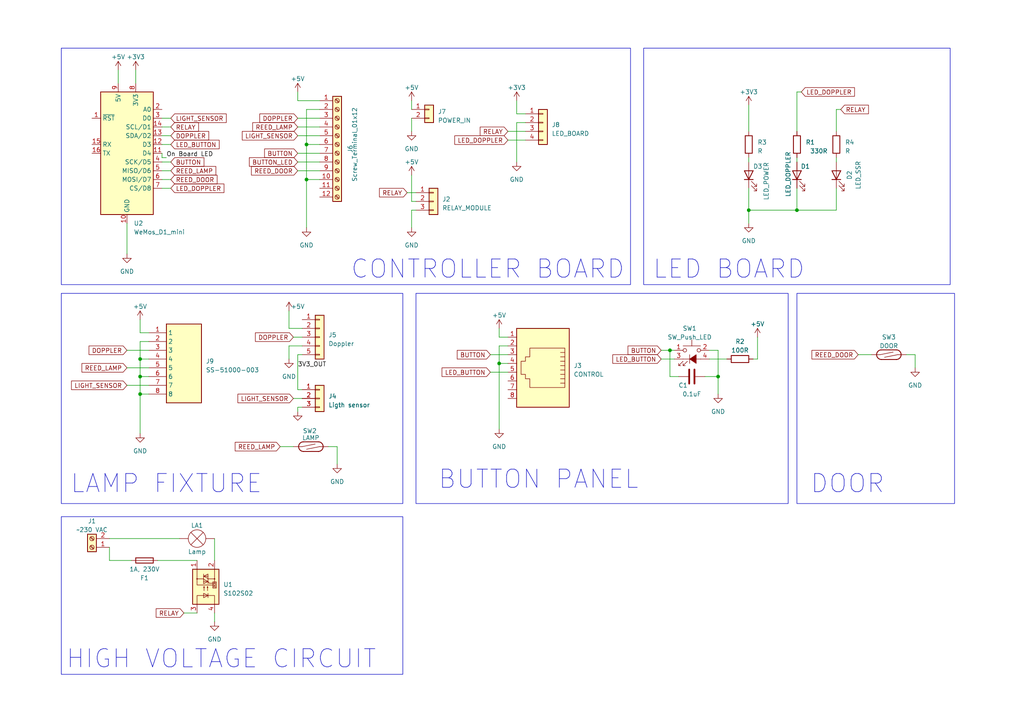
<source format=kicad_sch>
(kicad_sch (version 20230121) (generator eeschema)
  (paper "A4")
  (title_block (title "Staircase Lamp controller"))
  (lib_symbols
    (symbol "Connector:8P8C" (pin_names (offset 1.016))
      (property "Reference" "J" (at -5.08 13.97 0))
      (property "Value" "8P8C" (at 2.54 13.97 0))
      (symbol "8P8C_0_1"
        (polyline (pts (xy -5.08 4.445) (xy -6.35 4.445)))
        (polyline (pts (xy -5.08 5.715) (xy -6.35 5.715)))
        (polyline (pts (xy -6.35 -3.175) (xy -5.08 -3.175) (xy -5.08 -3.175)))
        (polyline (pts (xy -6.35 -1.905) (xy -5.08 -1.905) (xy -5.08 -1.905)))
        (polyline (pts (xy -6.35 -0.635) (xy -5.08 -0.635) (xy -5.08 -0.635)))
        (polyline (pts (xy -6.35 0.635) (xy -5.08 0.635) (xy -5.08 0.635)))
        (polyline (pts (xy -6.35 1.905) (xy -5.08 1.905) (xy -5.08 1.905)))
        (polyline (pts (xy -5.08 3.175) (xy -6.35 3.175) (xy -6.35 3.175)))
        (polyline (pts (xy -6.35 -4.445) (xy -6.35 6.985) (xy 3.81 6.985) (xy 3.81 4.445) (xy 5.08 4.445) (xy 5.08 3.175) (xy 6.35 3.175) (xy 6.35 -0.635) (xy 5.08 -0.635) (xy 5.08 -1.905) (xy 3.81 -1.905) (xy 3.81 -4.445) (xy -6.35 -4.445) (xy -6.35 -4.445)))
        (rectangle (start 7.62 12.7) (end -7.62 -10.16) (stroke (width 0.254)) (fill (type background)))
      )
      (symbol "8P8C_1_1"
        (pin passive line (at 10.16 -7.62 180) (length 2.54) (name "~") (number "1"))
        (pin passive line (at 10.16 -5.08 180) (length 2.54) (name "~") (number "2"))
        (pin passive line (at 10.16 -2.54 180) (length 2.54) (name "~") (number "3"))
        (pin passive line (at 10.16 0 180) (length 2.54) (name "~") (number "4"))
        (pin passive line (at 10.16 2.54 180) (length 2.54) (name "~") (number "5"))
        (pin passive line (at 10.16 5.08 180) (length 2.54) (name "~") (number "6"))
        (pin passive line (at 10.16 7.62 180) (length 2.54) (name "~") (number "7"))
        (pin passive line (at 10.16 10.16 180) (length 2.54) (name "~") (number "8"))
      )
    )
    (symbol "Connector:Screw_Terminal_01x02" (pin_names (offset 1.016) hide)
      (property "Reference" "J" (at 0 2.54 0))
      (property "Value" "Screw_Terminal_01x02" (at 0 -5.08 0))
      (symbol "Screw_Terminal_01x02_1_1"
        (rectangle (start -1.27 1.27) (end 1.27 -3.81) (stroke (width 0.254)) (fill (type background)))
        (circle (center 0 -2.54) (radius 0.635) (stroke (width 0.1524)))
        (polyline (pts (xy -0.5334 -2.2098) (xy 0.3302 -3.048)) (stroke (width 0.1524)))
        (polyline (pts (xy -0.5334 0.3302) (xy 0.3302 -0.508)) (stroke (width 0.1524)))
        (polyline (pts (xy -0.3556 -2.032) (xy 0.508 -2.8702)) (stroke (width 0.1524)))
        (polyline (pts (xy -0.3556 0.508) (xy 0.508 -0.3302)) (stroke (width 0.1524)))
        (circle (center 0 0) (radius 0.635) (stroke (width 0.1524)))
        (pin passive line (at -5.08 0 0) (length 3.81) (name "Pin_1") (number "1"))
        (pin passive line (at -5.08 -2.54 0) (length 3.81) (name "Pin_2") (number "2"))
      )
    )
    (symbol "Connector:Screw_Terminal_01x12" (pin_names (offset 1.016) hide)
      (property "Reference" "J" (at 0 15.24 0))
      (property "Value" "Screw_Terminal_01x12" (at 0 -17.78 0))
      (symbol "Screw_Terminal_01x12_1_1"
        (rectangle (start -1.27 13.97) (end 1.27 -16.51) (stroke (width 0.254)) (fill (type background)))
        (circle (center 0 -15.24) (radius 0.635) (stroke (width 0.1524)))
        (circle (center 0 -12.7) (radius 0.635) (stroke (width 0.1524)))
        (circle (center 0 -10.16) (radius 0.635) (stroke (width 0.1524)))
        (circle (center 0 -7.62) (radius 0.635) (stroke (width 0.1524)))
        (circle (center 0 -5.08) (radius 0.635) (stroke (width 0.1524)))
        (circle (center 0 -2.54) (radius 0.635) (stroke (width 0.1524)))
        (polyline (pts (xy -0.5334 -14.9098) (xy 0.3302 -15.748)) (stroke (width 0.1524)))
        (polyline (pts (xy -0.5334 -12.3698) (xy 0.3302 -13.208)) (stroke (width 0.1524)))
        (polyline (pts (xy -0.5334 -9.8298) (xy 0.3302 -10.668)) (stroke (width 0.1524)))
        (polyline (pts (xy -0.5334 -7.2898) (xy 0.3302 -8.128)) (stroke (width 0.1524)))
        (polyline (pts (xy -0.5334 -4.7498) (xy 0.3302 -5.588)) (stroke (width 0.1524)))
        (polyline (pts (xy -0.5334 -2.2098) (xy 0.3302 -3.048)) (stroke (width 0.1524)))
        (polyline (pts (xy -0.5334 0.3302) (xy 0.3302 -0.508)) (stroke (width 0.1524)))
        (polyline (pts (xy -0.5334 2.8702) (xy 0.3302 2.032)) (stroke (width 0.1524)))
        (polyline (pts (xy -0.5334 5.4102) (xy 0.3302 4.572)) (stroke (width 0.1524)))
        (polyline (pts (xy -0.5334 7.9502) (xy 0.3302 7.112)) (stroke (width 0.1524)))
        (polyline (pts (xy -0.5334 10.4902) (xy 0.3302 9.652)) (stroke (width 0.1524)))
        (polyline (pts (xy -0.5334 13.0302) (xy 0.3302 12.192)) (stroke (width 0.1524)))
        (polyline (pts (xy -0.3556 -14.732) (xy 0.508 -15.5702)) (stroke (width 0.1524)))
        (polyline (pts (xy -0.3556 -12.192) (xy 0.508 -13.0302)) (stroke (width 0.1524)))
        (polyline (pts (xy -0.3556 -9.652) (xy 0.508 -10.4902)) (stroke (width 0.1524)))
        (polyline (pts (xy -0.3556 -7.112) (xy 0.508 -7.9502)) (stroke (width 0.1524)))
        (polyline (pts (xy -0.3556 -4.572) (xy 0.508 -5.4102)) (stroke (width 0.1524)))
        (polyline (pts (xy -0.3556 -2.032) (xy 0.508 -2.8702)) (stroke (width 0.1524)))
        (polyline (pts (xy -0.3556 0.508) (xy 0.508 -0.3302)) (stroke (width 0.1524)))
        (polyline (pts (xy -0.3556 3.048) (xy 0.508 2.2098)) (stroke (width 0.1524)))
        (polyline (pts (xy -0.3556 5.588) (xy 0.508 4.7498)) (stroke (width 0.1524)))
        (polyline (pts (xy -0.3556 8.128) (xy 0.508 7.2898)) (stroke (width 0.1524)))
        (polyline (pts (xy -0.3556 10.668) (xy 0.508 9.8298)) (stroke (width 0.1524)))
        (polyline (pts (xy -0.3556 13.208) (xy 0.508 12.3698)) (stroke (width 0.1524)))
        (circle (center 0 0) (radius 0.635) (stroke (width 0.1524)))
        (circle (center 0 2.54) (radius 0.635) (stroke (width 0.1524)))
        (circle (center 0 5.08) (radius 0.635) (stroke (width 0.1524)))
        (circle (center 0 7.62) (radius 0.635) (stroke (width 0.1524)))
        (circle (center 0 10.16) (radius 0.635) (stroke (width 0.1524)))
        (circle (center 0 12.7) (radius 0.635) (stroke (width 0.1524)))
        (pin passive line (at -5.08 12.7 0) (length 3.81) (name "Pin_1") (number "1"))
        (pin passive line (at -5.08 -10.16 0) (length 3.81) (name "Pin_10") (number "10"))
        (pin passive line (at -5.08 -12.7 0) (length 3.81) (name "Pin_11") (number "11"))
        (pin passive line (at -5.08 -15.24 0) (length 3.81) (name "Pin_12") (number "12"))
        (pin passive line (at -5.08 10.16 0) (length 3.81) (name "Pin_2") (number "2"))
        (pin passive line (at -5.08 7.62 0) (length 3.81) (name "Pin_3") (number "3"))
        (pin passive line (at -5.08 5.08 0) (length 3.81) (name "Pin_4") (number "4"))
        (pin passive line (at -5.08 2.54 0) (length 3.81) (name "Pin_5") (number "5"))
        (pin passive line (at -5.08 0 0) (length 3.81) (name "Pin_6") (number "6"))
        (pin passive line (at -5.08 -2.54 0) (length 3.81) (name "Pin_7") (number "7"))
        (pin passive line (at -5.08 -5.08 0) (length 3.81) (name "Pin_8") (number "8"))
        (pin passive line (at -5.08 -7.62 0) (length 3.81) (name "Pin_9") (number "9"))
      )
    )
    (symbol "Connector_Generic:Conn_01x02" (pin_names (offset 1.016) hide)
      (property "Reference" "J" (at 0 2.54 0))
      (property "Value" "Conn_01x02" (at 0 -5.08 0))
      (symbol "Conn_01x02_1_1"
        (rectangle (start -1.27 -2.413) (end 0 -2.667) (stroke (width 0.1524)))
        (rectangle (start -1.27 0.127) (end 0 -0.127) (stroke (width 0.1524)))
        (rectangle (start -1.27 1.27) (end 1.27 -3.81) (stroke (width 0.254)) (fill (type background)))
        (pin passive line (at -5.08 0 0) (length 3.81) (name "Pin_1") (number "1"))
        (pin passive line (at -5.08 -2.54 0) (length 3.81) (name "Pin_2") (number "2"))
      )
    )
    (symbol "Connector_Generic:Conn_01x03" (pin_names (offset 1.016) hide)
      (property "Reference" "J" (at 0 5.08 0))
      (property "Value" "Conn_01x03" (at 0 -5.08 0))
      (symbol "Conn_01x03_1_1"
        (rectangle (start -1.27 -2.413) (end 0 -2.667) (stroke (width 0.1524)))
        (rectangle (start -1.27 0.127) (end 0 -0.127) (stroke (width 0.1524)))
        (rectangle (start -1.27 2.667) (end 0 2.413) (stroke (width 0.1524)))
        (rectangle (start -1.27 3.81) (end 1.27 -3.81) (stroke (width 0.254)) (fill (type background)))
        (pin passive line (at -5.08 2.54 0) (length 3.81) (name "Pin_1") (number "1"))
        (pin passive line (at -5.08 0 0) (length 3.81) (name "Pin_2") (number "2"))
        (pin passive line (at -5.08 -2.54 0) (length 3.81) (name "Pin_3") (number "3"))
      )
    )
    (symbol "Connector_Generic:Conn_01x04" (pin_names (offset 1.016) hide)
      (property "Reference" "J" (at 0 5.08 0))
      (property "Value" "Conn_01x04" (at 0 -7.62 0))
      (symbol "Conn_01x04_1_1"
        (rectangle (start -1.27 -4.953) (end 0 -5.207) (stroke (width 0.1524)))
        (rectangle (start -1.27 -2.413) (end 0 -2.667) (stroke (width 0.1524)))
        (rectangle (start -1.27 0.127) (end 0 -0.127) (stroke (width 0.1524)))
        (rectangle (start -1.27 2.667) (end 0 2.413) (stroke (width 0.1524)))
        (rectangle (start -1.27 3.81) (end 1.27 -6.35) (stroke (width 0.254)) (fill (type background)))
        (pin passive line (at -5.08 2.54 0) (length 3.81) (name "Pin_1") (number "1"))
        (pin passive line (at -5.08 0 0) (length 3.81) (name "Pin_2") (number "2"))
        (pin passive line (at -5.08 -2.54 0) (length 3.81) (name "Pin_3") (number "3"))
        (pin passive line (at -5.08 -5.08 0) (length 3.81) (name "Pin_4") (number "4"))
      )
    )
    (symbol "Connector_Generic:Conn_01x05" (pin_names (offset 1.016) hide)
      (property "Reference" "J" (at 0 7.62 0))
      (property "Value" "Conn_01x05" (at 0 -7.62 0))
      (symbol "Conn_01x05_1_1"
        (rectangle (start -1.27 -4.953) (end 0 -5.207) (stroke (width 0.1524)))
        (rectangle (start -1.27 -2.413) (end 0 -2.667) (stroke (width 0.1524)))
        (rectangle (start -1.27 0.127) (end 0 -0.127) (stroke (width 0.1524)))
        (rectangle (start -1.27 2.667) (end 0 2.413) (stroke (width 0.1524)))
        (rectangle (start -1.27 5.207) (end 0 4.953) (stroke (width 0.1524)))
        (rectangle (start -1.27 6.35) (end 1.27 -6.35) (stroke (width 0.254)) (fill (type background)))
        (pin passive line (at -5.08 5.08 0) (length 3.81) (name "Pin_1") (number "1"))
        (pin passive line (at -5.08 2.54 0) (length 3.81) (name "Pin_2") (number "2"))
        (pin passive line (at -5.08 0 0) (length 3.81) (name "Pin_3") (number "3"))
        (pin passive line (at -5.08 -2.54 0) (length 3.81) (name "Pin_4") (number "4"))
        (pin passive line (at -5.08 -5.08 0) (length 3.81) (name "Pin_5") (number "5"))
      )
    )
    (symbol "Device:C" (pin_numbers hide) (pin_names (offset 0.254))
      (property "Reference" "C" (at 0.635 2.54 0))
      (property "Value" "C" (at 0.635 -2.54 0))
      (symbol "C_0_1"
        (polyline (pts (xy -2.032 -0.762) (xy 2.032 -0.762)) (stroke (width 0.508)))
        (polyline (pts (xy -2.032 0.762) (xy 2.032 0.762)) (stroke (width 0.508)))
      )
      (symbol "C_1_1"
        (pin passive line (at 0 3.81 270) (length 2.794) (name "~") (number "1"))
        (pin passive line (at 0 -3.81 90) (length 2.794) (name "~") (number "2"))
      )
    )
    (symbol "Device:Fuse" (pin_numbers hide) (pin_names (offset 0))
      (property "Reference" "F" (at 2.032 0 90))
      (property "Value" "Fuse" (at -1.905 0 90))
      (symbol "Fuse_0_1"
        (rectangle (start -0.762 -2.54) (end 0.762 2.54) (stroke (width 0.254)))
        (polyline (pts (xy 0 2.54) (xy 0 -2.54)))
      )
      (symbol "Fuse_1_1"
        (pin passive line (at 0 3.81 270) (length 1.27) (name "~") (number "1"))
        (pin passive line (at 0 -3.81 90) (length 1.27) (name "~") (number "2"))
      )
    )
    (symbol "Device:LED" (pin_numbers hide) (pin_names (offset 1.016) hide)
      (property "Reference" "D" (at 0 2.54 0))
      (property "Value" "LED" (at 0 -2.54 0))
      (symbol "LED_0_1"
        (polyline (pts (xy -1.27 -1.27) (xy -1.27 1.27)) (stroke (width 0.254)))
        (polyline (pts (xy -1.27 0) (xy 1.27 0)))
        (polyline (pts (xy 1.27 -1.27) (xy 1.27 1.27) (xy -1.27 0) (xy 1.27 -1.27)) (stroke (width 0.254)))
        (polyline (pts (xy -3.048 -0.762) (xy -4.572 -2.286) (xy -3.81 -2.286) (xy -4.572 -2.286) (xy -4.572 -1.524)))
        (polyline (pts (xy -1.778 -0.762) (xy -3.302 -2.286) (xy -2.54 -2.286) (xy -3.302 -2.286) (xy -3.302 -1.524)))
      )
      (symbol "LED_1_1"
        (pin passive line (at -3.81 0 0) (length 2.54) (name "K") (number "1"))
        (pin passive line (at 3.81 0 180) (length 2.54) (name "A") (number "2"))
      )
    )
    (symbol "Device:Lamp" (pin_numbers hide) (pin_names (offset 0.0254) hide)
      (property "Reference" "LA" (at 0.635 3.81 0))
      (property "Value" "Lamp" (at 0.635 -3.81 0))
      (symbol "Lamp_0_1"
        (polyline (pts (xy -1.778 1.778) (xy 1.778 -1.778)))
        (polyline (pts (xy 1.778 1.778) (xy -1.778 -1.778)))
        (circle (center 0 0) (radius 2.54))
      )
      (symbol "Lamp_1_1"
        (pin passive line (at 0 -5.08 90) (length 2.54) (name "-") (number "1"))
        (pin passive line (at 0 5.08 270) (length 2.54) (name "+") (number "2"))
      )
    )
    (symbol "Device:R" (pin_numbers hide) (pin_names (offset 0))
      (property "Reference" "R" (at 2.032 0 90))
      (property "Value" "R" (at 0 0 90))
      (symbol "R_0_1"
        (rectangle (start -1.016 -2.54) (end 1.016 2.54) (stroke (width 0.254)))
      )
      (symbol "R_1_1"
        (pin passive line (at 0 3.81 270) (length 1.27) (name "~") (number "1"))
        (pin passive line (at 0 -3.81 90) (length 1.27) (name "~") (number "2"))
      )
    )
    (symbol "MCU_Module:WeMos_D1_mini"
      (property "Reference" "U" (at 3.81 19.05 0))
      (property "Value" "WeMos_D1_mini" (at 1.27 -19.05 0))
      (symbol "WeMos_D1_mini_1_1"
        (rectangle (start -7.62 17.78) (end 7.62 -17.78) (stroke (width 0.254)) (fill (type background)))
        (pin input line (at -10.16 10.16 0) (length 2.54) (name "~{RST}") (number "1"))
        (pin power_in line (at 0 -20.32 90) (length 2.54) (name "GND") (number "10"))
        (pin bidirectional line (at 10.16 0 180) (length 2.54) (name "D4") (number "11"))
        (pin bidirectional line (at 10.16 2.54 180) (length 2.54) (name "D3") (number "12"))
        (pin bidirectional line (at 10.16 5.08 180) (length 2.54) (name "SDA/D2") (number "13"))
        (pin bidirectional line (at 10.16 7.62 180) (length 2.54) (name "SCL/D1") (number "14"))
        (pin input line (at -10.16 2.54 0) (length 2.54) (name "RX") (number "15"))
        (pin output line (at -10.16 0 0) (length 2.54) (name "TX") (number "16"))
        (pin input line (at 10.16 12.7 180) (length 2.54) (name "A0") (number "2"))
        (pin bidirectional line (at 10.16 10.16 180) (length 2.54) (name "D0") (number "3"))
        (pin bidirectional line (at 10.16 -2.54 180) (length 2.54) (name "SCK/D5") (number "4"))
        (pin bidirectional line (at 10.16 -5.08 180) (length 2.54) (name "MISO/D6") (number "5"))
        (pin bidirectional line (at 10.16 -7.62 180) (length 2.54) (name "MOSI/D7") (number "6"))
        (pin bidirectional line (at 10.16 -10.16 180) (length 2.54) (name "CS/D8") (number "7"))
        (pin power_out line (at 2.54 20.32 270) (length 2.54) (name "3V3") (number "8"))
        (pin power_in line (at -2.54 20.32 270) (length 2.54) (name "5V") (number "9"))
      )
    )
    (symbol "Relay_SolidState:S102S02"
      (property "Reference" "U" (at -5.08 5.08 0))
      (property "Value" "S102S02" (at 0 5.08 0))
      (symbol "S102S02_0_0"
        (rectangle (start -0.381 -2.032) (end 1.397 -3.048))
        (polyline (pts (xy 2.286 -2.54) (xy 1.397 -2.54)))
        (polyline (pts (xy 1.524 -0.635) (xy 1.016 -1.016) (xy 1.016 -2.032)))
        (text "ZCD" (at 0.508 -2.54 0) (effects (font (size 0.508 0.508))))
      )
      (symbol "S102S02_0_1"
        (rectangle (start -5.08 3.81) (end 5.08 -3.81) (stroke (width 0.254)) (fill (type background)))
        (polyline (pts (xy -3.175 -0.635) (xy -1.905 -0.635)))
        (polyline (pts (xy 1.524 -0.635) (xy 1.524 0.635)))
        (polyline (pts (xy 3.048 0.635) (xy 3.048 -0.635)))
        (polyline (pts (xy 2.286 -0.635) (xy 2.286 -2.54) (xy 5.08 -2.54)))
        (polyline (pts (xy 2.286 0.635) (xy 2.286 2.54) (xy 5.08 2.54)))
        (polyline (pts (xy 2.286 2.54) (xy 0.508 2.54) (xy 0.508 -2.032)))
        (polyline (pts (xy -5.08 2.54) (xy -2.54 2.54) (xy -2.54 -2.54) (xy -5.08 -2.54)))
        (polyline (pts (xy -2.54 -0.635) (xy -3.175 0.635) (xy -1.905 0.635) (xy -2.54 -0.635)))
        (polyline (pts (xy 0.889 -0.635) (xy 3.683 -0.635) (xy 3.048 0.635) (xy 2.413 -0.635)))
        (polyline (pts (xy 3.683 0.635) (xy 0.889 0.635) (xy 1.524 -0.635) (xy 2.159 0.635)))
        (polyline (pts (xy -1.143 -0.508) (xy 0.127 -0.508) (xy -0.254 -0.635) (xy -0.254 -0.381) (xy 0.127 -0.508)))
        (polyline (pts (xy -1.143 0.508) (xy 0.127 0.508) (xy -0.254 0.381) (xy -0.254 0.635) (xy 0.127 0.508)))
        (circle (center 2.286 -2.54) (radius 0.127))
        (circle (center 2.286 2.54) (radius 0.127))
      )
      (symbol "S102S02_1_1"
        (pin passive line (at 7.62 2.54 180) (length 2.54) (name "~") (number "1"))
        (pin passive line (at 7.62 -2.54 180) (length 2.54) (name "~") (number "2"))
        (pin passive line (at -7.62 2.54 0) (length 2.54) (name "~") (number "3"))
        (pin passive line (at -7.62 -2.54 0) (length 2.54) (name "~") (number "4"))
      )
    )
    (symbol "Switch:SW_Push_LED" (pin_names (offset 1.016) hide)
      (property "Reference" "SW" (at 0.635 5.715 0))
      (property "Value" "SW_Push_LED" (at 0 -3.175 0))
      (symbol "SW_Push_LED_0_0"
        (polyline (pts (xy -3.81 -1.905) (xy -2.54 -0.635)))
        (polyline (pts (xy -2.54 -1.905) (xy -1.27 -0.635)))
        (polyline (pts (xy -2.54 0) (xy 2.54 0)))
        (polyline (pts (xy -0.635 1.27) (xy -0.635 -1.27)))
        (polyline (pts (xy -3.81 -1.27) (xy -3.81 -1.905) (xy -3.175 -1.905)))
        (polyline (pts (xy -2.54 -1.27) (xy -2.54 -1.905) (xy -1.905 -1.905)))
        (polyline (pts (xy -0.635 0) (xy 1.27 1.27) (xy 1.27 -1.27) (xy -0.635 0)) (fill (type outline)))
      )
      (symbol "SW_Push_LED_0_1"
        (circle (center -2.032 2.54) (radius 0.508))
        (polyline (pts (xy 0 3.81) (xy 0 5.588)))
        (polyline (pts (xy 2.54 3.81) (xy -2.54 3.81)))
        (circle (center 2.032 2.54) (radius 0.508))
        (pin passive line (at -5.08 2.54 0) (length 2.54) (name "1") (number "1"))
        (pin passive line (at 5.08 2.54 180) (length 2.54) (name "2") (number "2"))
        (pin passive line (at -5.08 0 0) (length 2.54) (name "K") (number "3"))
        (pin passive line (at 5.08 0 180) (length 2.54) (name "A") (number "4"))
      )
    )
    (symbol "Switch:SW_Reed" (pin_numbers hide) (pin_names (offset 0) hide)
      (property "Reference" "SW" (at 0 2.54 0))
      (property "Value" "SW_Reed" (at 0 -2.54 0))
      (symbol "SW_Reed_0_0"
        (arc (start -2.159 1.397) (mid -3.55 0) (end -2.159 -1.397) (stroke (width 0.254)))
        (polyline (pts (xy -2.54 0) (xy 1.27 0.762)))
        (polyline (pts (xy -2.159 -1.397) (xy 2.286 -1.397)) (stroke (width 0.254)))
        (polyline (pts (xy 2.159 1.397) (xy -2.159 1.397)) (stroke (width 0.254)))
        (polyline (pts (xy 2.54 0) (xy -1.27 -0.762)))
        (arc (start 2.159 -1.397) (mid 3.55 0) (end 2.159 1.397) (stroke (width 0.254)))
      )
      (symbol "SW_Reed_1_1"
        (pin passive line (at -5.08 0 0) (length 2.54) (name "1") (number "1"))
        (pin passive line (at 5.08 0 180) (length 2.54) (name "2") (number "2"))
      )
    )
    (symbol "paubau:SS-51000-003"
      (property "Reference" "J" (at 16.51 7.62 0))
      (property "Value" "SS-51000-003" (at 16.51 5.08 0))
      (symbol "SS-51000-003_1_1"
        (rectangle (start 5.08 2.54) (end 15.24 -20.32) (stroke (width 0.254)) (fill (type background)))
        (pin passive line (at 0 0 0) (length 5.08) (name "1") (number "1"))
        (pin passive line (at 0 -2.54 0) (length 5.08) (name "2") (number "2"))
        (pin passive line (at 0 -5.08 0) (length 5.08) (name "3") (number "3"))
        (pin passive line (at 0 -7.62 0) (length 5.08) (name "4") (number "4"))
        (pin passive line (at 0 -10.16 0) (length 5.08) (name "5") (number "5"))
        (pin passive line (at 0 -12.7 0) (length 5.08) (name "6") (number "6"))
        (pin passive line (at 0 -15.24 0) (length 5.08) (name "7") (number "7"))
        (pin passive line (at 0 -17.78 0) (length 5.08) (name "8") (number "8"))
      )
    )
    (symbol "power:+3V3" (power) (pin_names (offset 0))
      (property "Value" "+3V3" (at 0 3.556 0))
      (symbol "+3V3_0_1"
        (polyline (pts (xy -0.762 1.27) (xy 0 2.54)))
        (polyline (pts (xy 0 0) (xy 0 2.54)))
        (polyline (pts (xy 0 2.54) (xy 0.762 1.27)))
      )
      (symbol "+3V3_1_1"
        (pin power_in line (at 0 0 90) (length 0) hide (name "+3V3") (number "1"))
      )
    )
    (symbol "power:+5V" (power) (pin_names (offset 0))
      (property "Value" "+5V" (at 0 3.556 0))
      (symbol "+5V_0_1"
        (polyline (pts (xy -0.762 1.27) (xy 0 2.54)))
        (polyline (pts (xy 0 0) (xy 0 2.54)))
        (polyline (pts (xy 0 2.54) (xy 0.762 1.27)))
      )
      (symbol "+5V_1_1"
        (pin power_in line (at 0 0 90) (length 0) hide (name "+5V") (number "1"))
      )
    )
    (symbol "power:GND" (power) (pin_names (offset 0))
      (property "Value" "GND" (at 0 -3.81 0))
      (symbol "GND_0_1"
        (polyline (pts (xy 0 0) (xy 0 -1.27) (xy 1.27 -1.27) (xy 0 -2.54) (xy -1.27 -1.27) (xy 0 -1.27)))
      )
      (symbol "GND_1_1"
        (pin power_in line (at 0 0 270) (length 0) hide (name "GND") (number "1"))
      )
    )
  )
  (junction (at 40.64 114.3))
  (junction (at 194.31 101.6))
  (junction (at 144.78 105.41))
  (junction (at 208.28 109.22))
  (junction (at 88.9 41.91))
  (junction (at 40.64 104.14))
  (junction (at 88.9 52.07))
  (junction (at 217.17 60.96))
  (junction (at 40.64 109.22))
  (junction (at 231.14 60.96))
  (wire (pts (xy 144.78 105.41) (xy 144.78 100.33)))
  (wire (pts (xy 242.57 31.75) (xy 242.57 38.1)))
  (wire (pts (xy 231.14 45.72) (xy 231.14 46.99)))
  (wire (pts (xy 36.83 111.76) (xy 43.18 111.76)))
  (wire (pts (xy 97.79 129.54) (xy 97.79 134.62)))
  (wire (pts (xy 86.36 102.87) (xy 86.36 113.03)))
  (wire (pts (xy 265.43 102.87) (xy 265.43 106.68)))
  (wire (pts (xy 119.38 60.96) (xy 119.38 66.04)))
  (wire (pts (xy 217.17 60.96) (xy 231.14 60.96)))
  (wire (pts (xy 208.28 109.22) (xy 208.28 101.6)))
  (wire (pts (xy 46.99 34.29) (xy 49.53 34.29)))
  (wire (pts (xy 242.57 45.72) (xy 242.57 46.99)))
  (wire (pts (xy 196.85 109.22) (xy 194.31 109.22)))
  (wire (pts (xy 120.65 60.96) (xy 119.38 60.96)))
  (wire (pts (xy 88.9 52.07) (xy 88.9 66.04)))
  (wire (pts (xy 34.29 20.32) (xy 34.29 24.13)))
  (wire (pts (xy 31.75 162.56) (xy 31.75 158.75)))
  (wire (pts (xy 232.41 26.67) (xy 231.14 26.67)))
  (wire (pts (xy 95.25 129.54) (xy 97.79 129.54)))
  (wire (pts (xy 83.82 90.17) (xy 83.82 95.25)))
  (wire (pts (xy 45.72 162.56) (xy 57.15 162.56)))
  (wire (pts (xy 248.92 102.87) (xy 252.73 102.87)))
  (wire (pts (xy 86.36 49.53) (xy 92.71 49.53)))
  (wire (pts (xy 194.31 101.6) (xy 195.58 101.6)))
  (wire (pts (xy 88.9 41.91) (xy 88.9 31.75)))
  (wire (pts (xy 86.36 29.21) (xy 92.71 29.21)))
  (wire (pts (xy 142.24 102.87) (xy 147.32 102.87)))
  (wire (pts (xy 85.09 97.79) (xy 87.63 97.79)))
  (wire (pts (xy 144.78 97.79) (xy 147.32 97.79)))
  (wire (pts (xy 119.38 58.42) (xy 120.65 58.42)))
  (wire (pts (xy 86.36 39.37) (xy 92.71 39.37)))
  (wire (pts (xy 243.84 31.75) (xy 242.57 31.75)))
  (wire (pts (xy 147.32 40.64) (xy 152.4 40.64)))
  (wire (pts (xy 88.9 41.91) (xy 88.9 52.07)))
  (wire (pts (xy 142.24 107.95) (xy 147.32 107.95)))
  (wire (pts (xy 81.28 129.54) (xy 85.09 129.54)))
  (wire (pts (xy 152.4 33.02) (xy 149.86 33.02)))
  (wire (pts (xy 40.64 92.71) (xy 40.64 96.52)))
  (wire (pts (xy 46.99 45.72) (xy 46.99 44.45)))
  (wire (pts (xy 48.26 45.72) (xy 46.99 45.72)))
  (wire (pts (xy 40.64 114.3) (xy 43.18 114.3)))
  (wire (pts (xy 86.36 34.29) (xy 92.71 34.29)))
  (wire (pts (xy 262.89 102.87) (xy 265.43 102.87)))
  (wire (pts (xy 88.9 41.91) (xy 92.71 41.91)))
  (wire (pts (xy 86.36 46.99) (xy 92.71 46.99)))
  (wire (pts (xy 46.99 54.61) (xy 49.53 54.61)))
  (wire (pts (xy 62.23 156.21) (xy 62.23 162.56)))
  (wire (pts (xy 242.57 54.61) (xy 242.57 60.96)))
  (wire (pts (xy 144.78 105.41) (xy 144.78 124.46)))
  (wire (pts (xy 39.37 20.32) (xy 39.37 24.13)))
  (wire (pts (xy 219.71 97.79) (xy 219.71 104.14)))
  (wire (pts (xy 118.11 55.88) (xy 120.65 55.88)))
  (wire (pts (xy 40.64 114.3) (xy 40.64 109.22)))
  (wire (pts (xy 31.75 156.21) (xy 52.07 156.21)))
  (wire (pts (xy 218.44 104.14) (xy 219.71 104.14)))
  (wire (pts (xy 86.36 102.87) (xy 87.63 102.87)))
  (wire (pts (xy 31.75 162.56) (xy 38.1 162.56)))
  (wire (pts (xy 40.64 109.22) (xy 40.64 104.14)))
  (wire (pts (xy 40.64 104.14) (xy 40.64 99.06)))
  (wire (pts (xy 231.14 26.67) (xy 231.14 38.1)))
  (wire (pts (xy 36.83 101.6) (xy 43.18 101.6)))
  (wire (pts (xy 40.64 104.14) (xy 43.18 104.14)))
  (wire (pts (xy 62.23 177.8) (xy 62.23 180.34)))
  (wire (pts (xy 152.4 35.56) (xy 149.86 35.56)))
  (wire (pts (xy 88.9 31.75) (xy 92.71 31.75)))
  (wire (pts (xy 40.64 99.06) (xy 43.18 99.06)))
  (wire (pts (xy 83.82 95.25) (xy 87.63 95.25)))
  (wire (pts (xy 46.99 39.37) (xy 49.53 39.37)))
  (wire (pts (xy 40.64 125.73) (xy 40.64 114.3)))
  (wire (pts (xy 149.86 33.02) (xy 149.86 29.21)))
  (wire (pts (xy 119.38 50.8) (xy 119.38 58.42)))
  (wire (pts (xy 119.38 29.21) (xy 119.38 31.75)))
  (wire (pts (xy 144.78 95.25) (xy 144.78 97.79)))
  (wire (pts (xy 217.17 54.61) (xy 217.17 60.96)))
  (wire (pts (xy 40.64 96.52) (xy 43.18 96.52)))
  (wire (pts (xy 86.36 36.83) (xy 92.71 36.83)))
  (wire (pts (xy 46.99 36.83) (xy 49.53 36.83)))
  (wire (pts (xy 217.17 60.96) (xy 217.17 64.77)))
  (wire (pts (xy 46.99 41.91) (xy 49.53 41.91)))
  (wire (pts (xy 231.14 54.61) (xy 231.14 60.96)))
  (wire (pts (xy 149.86 35.56) (xy 149.86 46.99)))
  (wire (pts (xy 46.99 52.07) (xy 49.53 52.07)))
  (wire (pts (xy 86.36 118.11) (xy 87.63 118.11)))
  (wire (pts (xy 144.78 105.41) (xy 147.32 105.41)))
  (wire (pts (xy 208.28 101.6) (xy 205.74 101.6)))
  (wire (pts (xy 217.17 45.72) (xy 217.17 46.99)))
  (wire (pts (xy 144.78 100.33) (xy 147.32 100.33)))
  (wire (pts (xy 86.36 113.03) (xy 87.63 113.03)))
  (wire (pts (xy 191.77 104.14) (xy 195.58 104.14)))
  (wire (pts (xy 83.82 104.14) (xy 83.82 100.33)))
  (wire (pts (xy 191.77 101.6) (xy 194.31 101.6)))
  (wire (pts (xy 86.36 26.67) (xy 86.36 29.21)))
  (wire (pts (xy 86.36 44.45) (xy 92.71 44.45)))
  (wire (pts (xy 208.28 114.3) (xy 208.28 109.22)))
  (wire (pts (xy 46.99 46.99) (xy 49.53 46.99)))
  (wire (pts (xy 194.31 109.22) (xy 194.31 101.6)))
  (wire (pts (xy 40.64 109.22) (xy 43.18 109.22)))
  (wire (pts (xy 205.74 104.14) (xy 210.82 104.14)))
  (wire (pts (xy 36.83 106.68) (xy 43.18 106.68)))
  (wire (pts (xy 217.17 30.48) (xy 217.17 38.1)))
  (wire (pts (xy 53.34 177.8) (xy 57.15 177.8)))
  (wire (pts (xy 204.47 109.22) (xy 208.28 109.22)))
  (wire (pts (xy 242.57 60.96) (xy 231.14 60.96)))
  (wire (pts (xy 36.83 64.77) (xy 36.83 73.66)))
  (wire (pts (xy 85.09 115.57) (xy 87.63 115.57)))
  (wire (pts (xy 88.9 52.07) (xy 92.71 52.07)))
  (wire (pts (xy 147.32 38.1) (xy 152.4 38.1)))
  (wire (pts (xy 86.36 119.38) (xy 86.36 118.11)))
  (wire (pts (xy 46.99 49.53) (xy 49.53 49.53)))
  (wire (pts (xy 119.38 34.29) (xy 119.38 38.1)))
  (wire (pts (xy 83.82 100.33) (xy 87.63 100.33)))
  (rectangle (start 120.65 85.09) (end 228.6 146.05))
  (rectangle (start 231.14 85.09) (end 276.86 146.05))
  (rectangle (start 17.78 85.09) (end 116.84 146.05))
  (rectangle (start 17.78 149.86) (end 116.84 195.58))
  (rectangle (start 186.69 13.97) (end 275.59 82.55))
  (rectangle (start 17.78 13.97) (end 182.88 82.55))
  (text "LED BOARD" (at 189.23 81.28 0) (effects (font (size 5.27 5.27)) (justify left bottom)))
  (text "BUTTON PANEL" (at 127 142.24 0) (effects (font (size 5.27 5.27)) (justify left bottom)))
  (text "LAMP FIXTURE" (at 20.32 143.51 0) (effects (font (size 5.27 5.27)) (justify left bottom)))
  (text "DOOR" (at 234.95 143.51 0) (effects (font (size 5.27 5.27)) (justify left bottom)))
  (text "CONTROLLER BOARD" (at 101.6 81.28 0) (effects (font (size 5.27 5.27)) (justify left bottom)))
  (text "HIGH VOLTAGE CIRCUIT" (at 19.05 194.31 0) (effects (font (size 5.27 5.27)) (justify left bottom)))
  (label "On Board LED" (at 48.26 45.72 0))
  (label "3V3_OUT" (at 86.36 106.68 0))
  (global_label "BUTTON" (shape input) (at 191.77 101.6 180) (property "Intersheetrefs" "${INTERSHEET_REFS}" (effects hide)))
  (global_label "REED_LAMP" (shape input) (at 81.28 129.54 180) (property "Intersheetrefs" "${INTERSHEET_REFS}" (effects hide)))
  (global_label "LED_DOPPLER" (shape input) (at 147.32 40.64 180) (property "Intersheetrefs" "${INTERSHEET_REFS}" (effects hide)))
  (global_label "REED_DOOR" (shape input) (at 86.36 49.53 180) (property "Intersheetrefs" "${INTERSHEET_REFS}" (effects hide)))
  (global_label "DOPPLER" (shape input) (at 85.09 97.79 180) (property "Intersheetrefs" "${INTERSHEET_REFS}" (effects hide)))
  (global_label "BUTTON_LED" (shape input) (at 86.36 46.99 180) (property "Intersheetrefs" "${INTERSHEET_REFS}" (effects hide)))
  (global_label "REED_DOOR" (shape input) (at 248.92 102.87 180) (property "Intersheetrefs" "${INTERSHEET_REFS}" (effects hide)))
  (global_label "LIGHT_SENSOR" (shape input) (at 49.53 34.29 0) (property "Intersheetrefs" "${INTERSHEET_REFS}" (effects hide)))
  (global_label "REED_DOOR" (shape input) (at 49.53 52.07 0) (property "Intersheetrefs" "${INTERSHEET_REFS}" (effects hide)))
  (global_label "LIGHT_SENSOR" (shape input) (at 85.09 115.57 180) (property "Intersheetrefs" "${INTERSHEET_REFS}" (effects hide)))
  (global_label "REED_LAMP" (shape input) (at 49.53 49.53 0) (property "Intersheetrefs" "${INTERSHEET_REFS}" (effects hide)))
  (global_label "RELAY" (shape input) (at 118.11 55.88 180) (property "Intersheetrefs" "${INTERSHEET_REFS}" (effects hide)))
  (global_label "LED_DOPPLER" (shape input) (at 232.41 26.67 0) (property "Intersheetrefs" "${INTERSHEET_REFS}" (effects hide)))
  (global_label "LED_BUTTON" (shape input) (at 142.24 107.95 180) (property "Intersheetrefs" "${INTERSHEET_REFS}" (effects hide)))
  (global_label "LED_BUTTON" (shape input) (at 49.53 41.91 0) (property "Intersheetrefs" "${INTERSHEET_REFS}" (effects hide)))
  (global_label "REED_LAMP" (shape input) (at 36.83 106.68 180) (property "Intersheetrefs" "${INTERSHEET_REFS}" (effects hide)))
  (global_label "DOPPLER" (shape input) (at 86.36 34.29 180) (property "Intersheetrefs" "${INTERSHEET_REFS}" (effects hide)))
  (global_label "LIGHT_SENSOR" (shape input) (at 86.36 39.37 180) (property "Intersheetrefs" "${INTERSHEET_REFS}" (effects hide)))
  (global_label "LIGHT_SENSOR" (shape input) (at 36.83 111.76 180) (property "Intersheetrefs" "${INTERSHEET_REFS}" (effects hide)))
  (global_label "BUTTON" (shape input) (at 142.24 102.87 180) (property "Intersheetrefs" "${INTERSHEET_REFS}" (effects hide)))
  (global_label "RELAY" (shape input) (at 49.53 36.83 0) (property "Intersheetrefs" "${INTERSHEET_REFS}" (effects hide)))
  (global_label "RELAY" (shape input) (at 147.32 38.1 180) (property "Intersheetrefs" "${INTERSHEET_REFS}" (effects hide)))
  (global_label "DOPPLER" (shape input) (at 36.83 101.6 180) (property "Intersheetrefs" "${INTERSHEET_REFS}" (effects hide)))
  (global_label "DOPPLER" (shape input) (at 49.53 39.37 0) (property "Intersheetrefs" "${INTERSHEET_REFS}" (effects hide)))
  (global_label "REED_LAMP" (shape input) (at 86.36 36.83 180) (property "Intersheetrefs" "${INTERSHEET_REFS}" (effects hide)))
  (global_label "RELAY" (shape input) (at 53.34 177.8 180) (property "Intersheetrefs" "${INTERSHEET_REFS}" (effects hide)))
  (global_label "LED_BUTTON" (shape input) (at 191.77 104.14 180) (property "Intersheetrefs" "${INTERSHEET_REFS}" (effects hide)))
  (global_label "BUTTON" (shape input) (at 86.36 44.45 180) (property "Intersheetrefs" "${INTERSHEET_REFS}" (effects hide)))
  (global_label "BUTTON" (shape input) (at 49.53 46.99 0) (property "Intersheetrefs" "${INTERSHEET_REFS}" (effects hide)))
  (global_label "LED_DOPPLER" (shape input) (at 49.53 54.61 0) (property "Intersheetrefs" "${INTERSHEET_REFS}" (effects hide)))
  (global_label "RELAY" (shape input) (at 243.84 31.75 0) (property "Intersheetrefs" "${INTERSHEET_REFS}" (effects hide)))
  (symbol (lib_id "power:+5V") (at 34.29 20.32 0) (unit 1)
    (property "Reference" "#PWR08" (effects hide))
    (property "Value" "+5V" (at 34.29 16.51 0))
  )
  (symbol (lib_id "Device:R") (at 242.57 41.91 180) (unit 1)
    (property "Reference" "R4" (at 245.11 41.275 0) (effects (justify right)))
    (property "Value" "R" (at 245.11 43.815 0) (effects (justify right)))
  )
  (symbol (lib_id "power:GND") (at 208.28 114.3 0) (unit 1)
    (property "Reference" "#PWR016" (effects hide))
    (property "Value" "GND" (at 208.28 119.38 0))
  )
  (symbol (lib_id "MCU_Module:WeMos_D1_mini") (at 36.83 44.45 0) (unit 1)
    (property "Reference" "U2" (at 38.7859 64.77 0) (effects (justify left)))
    (property "Value" "WeMos_D1_mini" (at 38.7859 67.31 0) (effects (justify left)))
    (property "Footprint" "Module:WEMOS_D1_mini_light" (effects hide))
    (property "Datasheet" "https://wiki.wemos.cc/products:d1:d1_mini#documentation" (effects hide))
  )
  (symbol (lib_id "paubau:SS-51000-003") (at 43.18 96.52 0) (unit 1)
    (property "Reference" "J9" (at 59.69 104.775 0) (effects (justify left)))
    (property "Value" "SS-51000-003" (at 59.69 107.315 0) (effects (justify left)))
    (property "Footprint" "SS51000003" (effects hide))
    (property "Datasheet" "https://www.belfuse.com/resources/drawings/stewartconnector/dr-stw-ss-51000-003.pdf" (effects hide))
    (property "Height" "9.4" (effects hide))
    (property "Mouser Part Number" "530-SS-51000-003" (effects hide))
    (property "Mouser Price/Stock" "https://www.mouser.co.uk/ProductDetail/Stewart-Connector-Bel/SS-51000-003?qs=SRYZG9HaIQ328i8A3cJAuA%3D%3D" (effects hide))
    (property "Manufacturer_Name" "BelFuse" (effects hide))
    (property "Manufacturer_Part_Number" "SS-51000-003" (effects hide))
  )
  (symbol (lib_id "power:GND") (at 119.38 38.1 0) (unit 1)
    (property "Reference" "#PWR021" (effects hide))
    (property "Value" "GND" (at 119.38 43.18 0))
  )
  (symbol (lib_id "Device:LED") (at 242.57 50.8 90) (unit 1)
    (property "Reference" "D2" (at 246.38 50.8 0))
    (property "Value" "LED_SSR" (at 248.92 50.8 0))
  )
  (symbol (lib_id "power:+5V") (at 144.78 95.25 0) (unit 1)
    (property "Reference" "#PWR014" (effects hide))
    (property "Value" "+5V" (at 144.78 91.44 0))
  )
  (symbol (lib_id "Connector_Generic:Conn_01x05") (at 92.71 97.79 0) (unit 1)
    (property "Reference" "J5" (at 95.25 97.155 0) (effects (justify left)))
    (property "Value" "Doppler" (at 95.25 99.695 0) (effects (justify left)))
  )
  (symbol (lib_id "power:+3V3") (at 217.17 30.48 0) (unit 1)
    (property "Reference" "#PWR09" (effects hide))
    (property "Value" "+3V3" (at 217.17 26.67 0))
  )
  (symbol (lib_id "power:GND") (at 83.82 104.14 0) (unit 1)
    (property "Reference" "#PWR011" (effects hide))
    (property "Value" "GND" (at 83.82 109.22 0))
  )
  (symbol (lib_id "power:+5V") (at 119.38 29.21 0) (unit 1)
    (property "Reference" "#PWR012" (effects hide))
    (property "Value" "+5V" (at 119.38 25.4 0))
  )
  (symbol (lib_id "Device:R") (at 214.63 104.14 90) (unit 1)
    (property "Reference" "R2" (at 214.63 99.06 90))
    (property "Value" "100R" (at 214.63 101.6 90))
  )
  (symbol (lib_id "power:GND") (at 36.83 73.66 0) (unit 1)
    (property "Reference" "#PWR06" (effects hide))
    (property "Value" "GND" (at 36.83 78.74 0))
  )
  (symbol (lib_id "power:GND") (at 144.78 124.46 0) (unit 1)
    (property "Reference" "#PWR015" (effects hide))
    (property "Value" "GND" (at 144.78 129.54 0))
  )
  (symbol (lib_id "power:GND") (at 40.64 125.73 0) (unit 1)
    (property "Reference" "#PWR05" (effects hide))
    (property "Value" "GND" (at 40.64 130.81 0))
  )
  (symbol (lib_id "Connector_Generic:Conn_01x03") (at 125.73 58.42 0) (unit 1)
    (property "Reference" "J2" (at 128.27 57.785 0) (effects (justify left)))
    (property "Value" "RELAY_MODULE" (at 128.27 60.325 0) (effects (justify left)))
  )
  (symbol (lib_id "Connector:Screw_Terminal_01x12") (at 97.79 41.91 0) (unit 1)
    (property "Reference" "J6" (at 101.6 43.18 90))
    (property "Value" "Screw_Terminal_01x12" (at 102.87 41.91 90))
  )
  (symbol (lib_id "Switch:SW_Push_LED") (at 200.66 104.14 0) (unit 1)
    (property "Reference" "SW1" (at 200.025 95.25 0))
    (property "Value" "SW_Push_LED" (at 200.025 97.79 0))
  )
  (symbol (lib_id "Device:LED") (at 231.14 50.8 90) (unit 1)
    (property "Reference" "D1" (at 234.95 48.26 90) (effects (justify left)))
    (property "Value" "LED_DOPPLER" (at 228.6 57.15 0) (effects (justify left)))
  )
  (symbol (lib_id "Device:Fuse") (at 41.91 162.56 90) (mirror x) (unit 1)
    (property "Reference" "F1" (at 41.91 167.64 90))
    (property "Value" "1A, 230V" (at 41.91 165.1 90))
  )
  (symbol (lib_id "Connector_Generic:Conn_01x02") (at 124.46 31.75 0) (unit 1)
    (property "Reference" "J7" (at 127 32.385 0) (effects (justify left)))
    (property "Value" "POWER_IN" (at 127 34.925 0) (effects (justify left)))
  )
  (symbol (lib_id "power:+5V") (at 119.38 50.8 0) (unit 1)
    (property "Reference" "#PWR025" (effects hide))
    (property "Value" "+5V" (at 119.38 46.99 0))
  )
  (symbol (lib_id "power:+5V") (at 83.82 90.17 0) (unit 1)
    (property "Reference" "#PWR010" (effects hide))
    (property "Value" "+5V" (at 86.36 88.9 0))
  )
  (symbol (lib_id "power:GND") (at 97.79 134.62 0) (unit 1)
    (property "Reference" "#PWR013" (effects hide))
    (property "Value" "GND" (at 97.79 139.7 0))
  )
  (symbol (lib_id "power:+5V") (at 86.36 26.67 0) (unit 1)
    (property "Reference" "#PWR019" (effects hide))
    (property "Value" "+5V" (at 86.36 22.86 0))
  )
  (symbol (lib_id "Connector_Generic:Conn_01x04") (at 157.48 35.56 0) (unit 1)
    (property "Reference" "J8" (at 160.02 36.195 0) (effects (justify left)))
    (property "Value" "LED_BOARD" (at 160.02 38.735 0) (effects (justify left)))
  )
  (symbol (lib_id "Device:R") (at 231.14 41.91 180) (unit 1)
    (property "Reference" "R1" (at 233.68 41.275 0) (effects (justify right)))
    (property "Value" "330R" (at 234.95 43.815 0) (effects (justify right)))
  )
  (symbol (lib_id "Connector:Screw_Terminal_01x02") (at 26.67 158.75 180) (unit 1)
    (property "Reference" "J1" (at 26.67 151.13 0))
    (property "Value" "~230 VAC" (at 26.67 153.67 0))
  )
  (symbol (lib_id "power:GND") (at 62.23 180.34 0) (unit 1)
    (property "Reference" "#PWR026" (effects hide))
    (property "Value" "GND" (at 62.23 185.42 0))
  )
  (symbol (lib_id "power:+5V") (at 219.71 97.79 0) (unit 1)
    (property "Reference" "#PWR017" (effects hide))
    (property "Value" "+5V" (at 219.71 93.98 0))
  )
  (symbol (lib_id "power:GND") (at 88.9 66.04 0) (unit 1)
    (property "Reference" "#PWR020" (effects hide))
    (property "Value" "GND" (at 88.9 71.12 0))
  )
  (symbol (lib_id "power:GND") (at 217.17 64.77 0) (unit 1)
    (property "Reference" "#PWR02" (effects hide))
    (property "Value" "GND" (at 217.17 69.85 0))
  )
  (symbol (lib_id "Device:LED") (at 217.17 50.8 90) (unit 1)
    (property "Reference" "D3" (at 218.44 48.26 90) (effects (justify right)))
    (property "Value" "LED_POWER" (at 222.25 46.99 0) (effects (justify right)))
  )
  (symbol (lib_id "power:GND") (at 265.43 106.68 0) (unit 1)
    (property "Reference" "#PWR03" (effects hide))
    (property "Value" "GND" (at 265.43 111.76 0))
  )
  (symbol (lib_id "power:GND") (at 149.86 46.99 0) (unit 1)
    (property "Reference" "#PWR023" (effects hide))
    (property "Value" "GND" (at 149.86 52.07 0))
  )
  (symbol (lib_id "Connector:8P8C") (at 157.48 105.41 180) (unit 1)
    (property "Reference" "J3" (at 166.37 106.045 0) (effects (justify right)))
    (property "Value" "CONTROL" (at 166.37 108.585 0) (effects (justify right)))
  )
  (symbol (lib_id "Device:R") (at 217.17 41.91 180) (unit 1)
    (property "Reference" "R3" (at 219.71 41.275 0) (effects (justify right)))
    (property "Value" "R" (at 219.71 43.815 0) (effects (justify right)))
  )
  (symbol (lib_id "Device:C") (at 200.66 109.22 90) (unit 1)
    (property "Reference" "C1" (at 198.12 111.76 90))
    (property "Value" "0.1uF" (at 200.66 114.3 90))
  )
  (symbol (lib_id "Device:Lamp") (at 57.15 156.21 90) (unit 1)
    (property "Reference" "LA1" (at 57.15 152.4 90))
    (property "Value" "Lamp" (at 57.15 160.02 90))
  )
  (symbol (lib_id "power:+3V3") (at 149.86 29.21 0) (unit 1)
    (property "Reference" "#PWR024" (effects hide))
    (property "Value" "+3V3" (at 149.86 25.4 0))
  )
  (symbol (lib_id "Switch:SW_Reed") (at 257.81 102.87 0) (unit 1)
    (property "Reference" "SW3" (at 257.81 97.79 0))
    (property "Value" "DOOR" (at 257.81 100.33 0))
  )
  (symbol (lib_id "Switch:SW_Reed") (at 90.17 129.54 0) (unit 1)
    (property "Reference" "SW2" (at 87.8027 124.9737 0) (effects (justify left)))
    (property "Value" "LAMP" (at 87.63 127 0) (effects (justify left)))
  )
  (symbol (lib_id "power:GND") (at 119.38 66.04 0) (unit 1)
    (property "Reference" "#PWR022" (effects hide))
    (property "Value" "GND" (at 119.38 71.12 0))
  )
  (symbol (lib_id "power:GND") (at 86.36 119.38 0) (unit 1)
    (property "Reference" "#PWR018" (effects hide))
    (property "Value" "GND" (effects hide))
  )
  (symbol (lib_id "Connector_Generic:Conn_01x03") (at 92.71 115.57 0) (unit 1)
    (property "Reference" "J4" (at 95.25 114.935 0) (effects (justify left)))
    (property "Value" "Ligth sensor" (at 95.25 117.475 0) (effects (justify left)))
  )
  (symbol (lib_id "power:+3V3") (at 39.37 20.32 0) (unit 1)
    (property "Reference" "#PWR07" (effects hide))
    (property "Value" "+3V3" (at 39.37 16.51 0))
  )
  (symbol (lib_id "power:+5V") (at 40.64 92.71 0) (unit 1)
    (property "Reference" "#PWR04" (effects hide))
    (property "Value" "+5V" (at 40.64 88.9 0))
  )
  (symbol (lib_id "Relay_SolidState:S102S02") (at 59.69 170.18 90) (unit 1)
    (property "Reference" "U1" (at 64.77 169.545 90) (effects (justify right)))
    (property "Value" "S102S02" (at 64.77 172.085 90) (effects (justify right)))
    (property "Footprint" "Package_SIP:SIP4_Sharp-SSR_P7.62mm_Straight" (effects hide))
    (property "Datasheet" "http://www.sharp-world.com/products/device/lineup/data/pdf/datasheet/s102s02_e.pdf" (effects hide))
  )
)
</source>
